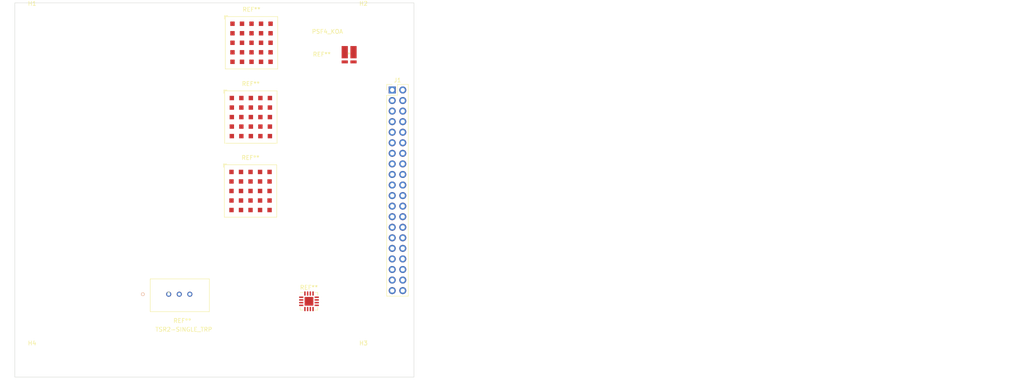
<source format=kicad_pcb>
(kicad_pcb (version 20211014) (generator pcbnew)
  (title_block (title "ColoradoCUBE C&DH") (date "2022-02-11") (rev "v01") (comment 1 "Author: Kate Nechaeva"))
  (layers (0 "F.Cu" signal) (31 "B.Cu" signal) (34 "B.Paste" user) (35 "F.Paste" user) (36 "B.SilkS" user "B.Silkscreen") (37 "F.SilkS" user "F.Silkscreen") (38 "B.Mask" user) (39 "F.Mask" user) (44 "Edge.Cuts" user))
  (net 0 "")
  (net 1 "GND")
  (net 2 "+5V")
  (net 3 "+3.3V")
  (net 4 "/CM4 GPIO/nRPIBOOT")
  (net 5 "/CM4 GPIO/GPIO15")
  (net 6 "/CM4 GPIO/GPIO14")
  (net 7 "/CM4 GPIO/GPIO2")
  (net 9 "/CM4 GPIO/GPIO3")
  (net 12 "Net-(J1-Pad13)")
  (net 13 "Net-(J1-Pad15)")
  (footprint "footprints2:PSF4NTEBL500F" (layer "F.Cu") (at 100.4059 32.4596 180)
    (fp_text reference "REF**" (at 6.5659 0.0796) (layer "F.SilkS"))
    (fp_text value "PSF4_KOA" (at 5.2259 5.5596) (layer "F.SilkS"))
    (fp_text user "*" (at 0 0) (layer "F.SilkS"))
    (pad "1" smd rect locked (at -1.0541 0.6096 180) (size 1.4986 2.9464) (layers "F.Cu" "F.Paste" "F.Mask"))
    (pad "2" smd rect locked (at -1.0541 -1.7272 180) (size 1.4986 0.7112) (layers "F.Cu" "F.Paste" "F.Mask"))
    (pad "3" smd rect locked (at 1.0541 -1.7272 180) (size 1.4986 0.7112) (layers "F.Cu" "F.Paste" "F.Mask"))
    (pad "4" smd rect locked (at 1.0541 0.6096 180) (size 1.4986 2.9464) (layers "F.Cu" "F.Paste" "F.Mask"))
  )
  (footprint "MountingHole:MountingHole_3mm" (layer "F.Cu") (at 24.15 105.85)
    (fp_text reference "H4" (at 0 -4) (layer "F.SilkS"))
    (fp_text value "3mm_Mounting_Hole")
    (pad "" np_thru_hole circle locked (at 0 0) (size 3 3) (drill 3) (layers *.Cu *.Mask))
  )
  (footprint "Converter_DCDC:Converter_DCDC_RECOM_RPMx.x-x.0" (layer "F.Cu") (at 76.69 65.24)
    (fp_text reference "REF**" (at 0 -8) (layer "F.SilkS"))
    (fp_text value "Converter_DCDC_RECOM_RPMx.x-x.0")
    (fp_line (start 6.3 6.3) (end -6.3 6.3) (layer "F.SilkS") (width 0.12))
    (fp_line (start -6.3 6.3) (end -6.3 -6.3) (layer "F.SilkS") (width 0.12))
    (fp_line (start -6.5 -6.5) (end -6.5 -5.7) (layer "F.SilkS") (width 0.12))
    (fp_line (start 6.3 -6.3) (end 6.3 6.3) (layer "F.SilkS") (width 0.12))
    (fp_line (start -6.3 -6.3) (end 6.3 -6.3) (layer "F.SilkS") (width 0.12))
    (fp_line (start -5.7 -6.5) (end -6.5 -6.5) (layer "F.SilkS") (width 0.12))
    (pad "A1" smd rect (at -4.58 -4.58) (size 1.06 1.06) (layers "F.Cu" "F.Paste" "F.Mask"))
    (pad "A2" smd rect (at -2.29 -4.58) (size 1.06 1.06) (layers "F.Cu" "F.Paste" "F.Mask"))
    (pad "A3" smd rect (at 0 -4.58) (size 1.06 1.06) (layers "F.Cu" "F.Paste" "F.Mask"))
    (pad "A4" smd rect (at 2.29 -4.58) (size 1.06 1.06) (layers "F.Cu" "F.Paste" "F.Mask"))
    (pad "A5" smd rect (at 4.58 -4.58) (size 1.06 1.06) (layers "F.Cu" "F.Paste" "F.Mask"))
    (pad "B1" smd rect (at -4.58 -2.29) (size 1.06 1.06) (layers "F.Cu" "F.Paste" "F.Mask"))
    (pad "B2" smd rect (at -2.29 -2.29) (size 1.06 1.06) (layers "F.Cu" "F.Paste" "F.Mask"))
    (pad "B3" smd rect (at 0 -2.29) (size 1.06 1.06) (layers "F.Cu" "F.Paste" "F.Mask"))
    (pad "B4" smd rect (at 2.29 -2.29) (size 1.06 1.06) (layers "F.Cu" "F.Paste" "F.Mask"))
    (pad "B5" smd rect (at 4.58 -2.29) (size 1.06 1.06) (layers "F.Cu" "F.Paste" "F.Mask"))
    (pad "C1" smd rect (at -4.58 0) (size 1.06 1.06) (layers "F.Cu" "F.Paste" "F.Mask"))
    (pad "C2" smd rect (at -2.29 0) (size 1.06 1.06) (layers "F.Cu" "F.Paste" "F.Mask"))
    (pad "C3" smd rect (at 0 0) (size 1.06 1.06) (layers "F.Cu" "F.Paste" "F.Mask"))
    (pad "C4" smd rect (at 2.29 0) (size 1.06 1.06) (layers "F.Cu" "F.Paste" "F.Mask"))
    (pad "C5" smd rect (at 4.58 0) (size 1.06 1.06) (layers "F.Cu" "F.Paste" "F.Mask"))
    (pad "D1" smd rect (at -4.58 2.29) (size 1.06 1.06) (layers "F.Cu" "F.Paste" "F.Mask"))
    (pad "D2" smd rect (at -2.29 2.29) (size 1.06 1.06) (layers "F.Cu" "F.Paste" "F.Mask"))
    (pad "D3" smd rect (at 0 2.29) (size 1.06 1.06) (layers "F.Cu" "F.Paste" "F.Mask"))
    (pad "D4" smd rect (at 2.29 2.29) (size 1.06 1.06) (layers "F.Cu" "F.Paste" "F.Mask"))
    (pad "D5" smd rect (at 4.58 2.29) (size 1.06 1.06) (layers "F.Cu" "F.Paste" "F.Mask"))
    (pad "E1" smd rect (at -4.58 4.58) (size 1.06 1.06) (layers "F.Cu" "F.Paste" "F.Mask"))
    (pad "E2" smd rect (at -2.29 4.58) (size 1.06 1.06) (layers "F.Cu" "F.Paste" "F.Mask"))
    (pad "E3" smd rect (at 0 4.58) (size 1.06 1.06) (layers "F.Cu" "F.Paste" "F.Mask"))
    (pad "E4" smd rect (at 2.29 4.58) (size 1.06 1.06) (layers "F.Cu" "F.Paste" "F.Mask"))
    (pad "E5" smd rect (at 4.58 4.58) (size 1.06 1.06) (layers "F.Cu" "F.Paste" "F.Mask"))
  )
  (footprint "Connector_PinHeader_2.54mm:PinHeader_2x20_P2.54mm_Vertical" (layer "F.Cu") (at 110.77 40.945)
    (fp_text reference "J1" (at 1.27 -2.33) (layer "F.SilkS"))
    (fp_text value "THD-20-R")
    (fp_line (start -1.33 49.59) (end 3.87 49.59) (layer "F.SilkS") (width 0.12))
    (fp_line (start -1.33 -1.33) (end 0 -1.33) (layer "F.SilkS") (width 0.12))
    (fp_line (start -1.33 1.27) (end 1.27 1.27) (layer "F.SilkS") (width 0.12))
    (fp_line (start 1.27 -1.33) (end 3.87 -1.33) (layer "F.SilkS") (width 0.12))
    (fp_line (start -1.33 1.27) (end -1.33 49.59) (layer "F.SilkS") (width 0.12))
    (fp_line (start -1.33 0) (end -1.33 -1.33) (layer "F.SilkS") (width 0.12))
    (fp_line (start 3.87 -1.33) (end 3.87 49.59) (layer "F.SilkS") (width 0.12))
    (fp_line (start 1.27 1.27) (end 1.27 -1.33) (layer "F.SilkS") (width 0.12))
    (pad "1" thru_hole rect locked (at 0 0) (size 1.7 1.7) (drill 1) (layers *.Cu *.Mask) (net 3 "+3.3V"))
    (pad "2" thru_hole oval locked (at 2.54 0) (size 1.7 1.7) (drill 1) (layers *.Cu *.Mask) (net 2 "+5V"))
    (pad "3" thru_hole oval locked (at 0 2.54) (size 1.7 1.7) (drill 1) (layers *.Cu *.Mask) (net 7 "/CM4 GPIO/GPIO2"))
    (pad "4" thru_hole oval locked (at 2.54 2.54) (size 1.7 1.7) (drill 1) (layers *.Cu *.Mask) (net 2 "+5V"))
    (pad "5" thru_hole oval locked (at 0 5.08) (size 1.7 1.7) (drill 1) (layers *.Cu *.Mask) (net 9 "/CM4 GPIO/GPIO3"))
    (pad "6" thru_hole oval locked (at 2.54 5.08) (size 1.7 1.7) (drill 1) (layers *.Cu *.Mask) (net 1 "GND"))
    (pad "7" thru_hole oval locked (at 0 7.62) (size 1.7 1.7) (drill 1) (layers *.Cu *.Mask))
    (pad "8" thru_hole oval locked (at 2.54 7.62) (size 1.7 1.7) (drill 1) (layers *.Cu *.Mask) (net 6 "/CM4 GPIO/GPIO14"))
    (pad "9" thru_hole oval locked (at 0 10.16) (size 1.7 1.7) (drill 1) (layers *.Cu *.Mask) (net 1 "GND"))
    (pad "10" thru_hole oval locked (at 2.54 10.16) (size 1.7 1.7) (drill 1) (layers *.Cu *.Mask) (net 5 "/CM4 GPIO/GPIO15"))
    (pad "11" thru_hole oval locked (at 0 12.7) (size 1.7 1.7) (drill 1) (layers *.Cu *.Mask))
    (pad "12" thru_hole oval locked (at 2.54 12.7) (size 1.7 1.7) (drill 1) (layers *.Cu *.Mask))
    (pad "13" thru_hole oval locked (at 0 15.24) (size 1.7 1.7) (drill 1) (layers *.Cu *.Mask) (net 12 "Net-(J1-Pad13)"))
    (pad "14" thru_hole oval locked (at 2.54 15.24) (size 1.7 1.7) (drill 1) (layers *.Cu *.Mask) (net 1 "GND"))
    (pad "15" thru_hole oval locked (at 0 17.78) (size 1.7 1.7) (drill 1) (layers *.Cu *.Mask) (net 13 "Net-(J1-Pad15)"))
    (pad "16" thru_hole oval locked (at 2.54 17.78) (size 1.7 1.7) (drill 1) (layers *.Cu *.Mask))
    (pad "17" thru_hole oval locked (at 0 20.32) (size 1.7 1.7) (drill 1) (layers *.Cu *.Mask) (net 3 "+3.3V"))
    (pad "18" thru_hole oval locked (at 2.54 20.32) (size 1.7 1.7) (drill 1) (layers *.Cu *.Mask))
    (pad "19" thru_hole oval locked (at 0 22.86) (size 1.7 1.7) (drill 1) (layers *.Cu *.Mask))
    (pad "20" thru_hole oval locked (at 2.54 22.86) (size 1.7 1.7) (drill 1) (layers *.Cu *.Mask) (net 1 "GND"))
    (pad "21" thru_hole oval locked (at 0 25.4) (size 1.7 1.7) (drill 1) (layers *.Cu *.Mask))
    (pad "22" thru_hole oval locked (at 2.54 25.4) (size 1.7 1.7) (drill 1) (layers *.Cu *.Mask))
    (pad "23" thru_hole oval locked (at 0 27.94) (size 1.7 1.7) (drill 1) (layers *.Cu *.Mask))
    (pad "24" thru_hole oval locked (at 2.54 27.94) (size 1.7 1.7) (drill 1) (layers *.Cu *.Mask))
    (pad "25" thru_hole oval locked (at 0 30.48) (size 1.7 1.7) (drill 1) (layers *.Cu *.Mask) (net 1 "GND"))
    (pad "26" thru_hole oval locked (at 2.54 30.48) (size 1.7 1.7) (drill 1) (layers *.Cu *.Mask))
    (pad "27" thru_hole oval locked (at 0 33.02) (size 1.7 1.7) (drill 1) (layers *.Cu *.Mask))
    (pad "28" thru_hole oval locked (at 2.54 33.02) (size 1.7 1.7) (drill 1) (layers *.Cu *.Mask))
    (pad "29" thru_hole oval locked (at 0 35.56) (size 1.7 1.7) (drill 1) (layers *.Cu *.Mask))
    (pad "30" thru_hole oval locked (at 2.54 35.56) (size 1.7 1.7) (drill 1) (layers *.Cu *.Mask) (net 1 "GND"))
    (pad "31" thru_hole oval locked (at 0 38.1) (size 1.7 1.7) (drill 1) (layers *.Cu *.Mask))
    (pad "32" thru_hole oval locked (at 2.54 38.1) (size 1.7 1.7) (drill 1) (layers *.Cu *.Mask))
    (pad "33" thru_hole oval locked (at 0 40.64) (size 1.7 1.7) (drill 1) (layers *.Cu *.Mask))
    (pad "34" thru_hole oval locked (at 2.54 40.64) (size 1.7 1.7) (drill 1) (layers *.Cu *.Mask) (net 1 "GND"))
    (pad "35" thru_hole oval locked (at 0 43.18) (size 1.7 1.7) (drill 1) (layers *.Cu *.Mask))
    (pad "36" thru_hole oval locked (at 2.54 43.18) (size 1.7 1.7) (drill 1) (layers *.Cu *.Mask))
    (pad "37" thru_hole oval locked (at 0 45.72) (size 1.7 1.7) (drill 1) (layers *.Cu *.Mask) (net 4 "/CM4 GPIO/nRPIBOOT"))
    (pad "38" thru_hole oval locked (at 2.54 45.72) (size 1.7 1.7) (drill 1) (layers *.Cu *.Mask))
    (pad "39" thru_hole oval locked (at 0 48.26) (size 1.7 1.7) (drill 1) (layers *.Cu *.Mask) (net 1 "GND"))
    (pad "40" thru_hole oval locked (at 2.54 48.26) (size 1.7 1.7) (drill 1) (layers *.Cu *.Mask))
  )
  (footprint "Package_DFN_QFN:Texas_RGV_S-PVQFN-N16_EP2.1x2.1mm" (layer "F.Cu") (at 90.75 91.77)
    (fp_text reference "REF**" (at 0 -3.32) (layer "F.SilkS"))
    (fp_text value "Texas_RGV_S-PVQFN-N16_EP2.1x2.1mm")
    (fp_line (start 2.11 2.11) (end 2.11 1.41) (layer "F.SilkS") (width 0.12))
    (fp_line (start 1.41 2.11) (end 2.11 2.11) (layer "F.SilkS") (width 0.12))
    (fp_line (start 1.41 -2.11) (end 2.11 -2.11) (layer "F.SilkS") (width 0.12))
    (fp_line (start 2.11 -2.11) (end 2.11 -1.41) (layer "F.SilkS") (width 0.12))
    (fp_line (start -1.41 2.11) (end -2.11 2.11) (layer "F.SilkS") (width 0.12))
    (fp_line (start -1.41 -2.11) (end -2.11 -2.11) (layer "F.SilkS") (width 0.12))
    (fp_line (start -2.11 2.11) (end -2.11 1.41) (layer "F.SilkS") (width 0.12))
    (pad "1" smd roundrect (at -1.8625 -0.975) (size 1.025 0.35) (layers "F.Cu" "F.Paste" "F.Mask"))
    (pad "2" smd roundrect (at -1.8625 -0.325) (size 1.025 0.35) (layers "F.Cu" "F.Paste" "F.Mask"))
    (pad "3" smd roundrect (at -1.8625 0.325) (size 1.025 0.35) (layers "F.Cu" "F.Paste" "F.Mask"))
    (pad "4" smd roundrect (at -1.8625 0.975) (size 1.025 0.35) (layers "F.Cu" "F.Paste" "F.Mask"))
    (pad "5" smd roundrect (at -0.975 1.8625) (size 0.35 1.025) (layers "F.Cu" "F.Paste" "F.Mask"))
    (pad "6" smd roundrect (at -0.325 1.8625) (size 0.35 1.025) (layers "F.Cu" "F.Paste" "F.Mask"))
    (pad "7" smd roundrect (at 0.325 1.8625) (size 0.35 1.025) (layers "F.Cu" "F.Paste" "F.Mask"))
    (pad "8" smd roundrect (at 0.975 1.8625) (size 0.35 1.025) (layers "F.Cu" "F.Paste" "F.Mask"))
    (pad "9" smd roundrect (at 1.8625 0.975) (size 1.025 0.35) (layers "F.Cu" "F.Paste" "F.Mask"))
    (pad "10" smd roundrect (at 1.8625 0.325) (size 1.025 0.35) (layers "F.Cu" "F.Paste" "F.Mask"))
    (pad "11" smd roundrect (at 1.8625 -0.325) (size 1.025 0.35) (layers "F.Cu" "F.Paste" "F.Mask"))
    (pad "12" smd roundrect (at 1.8625 -0.975) (size 1.025 0.35) (layers "F.Cu" "F.Paste" "F.Mask"))
    (pad "13" smd roundrect (at 0.975 -1.8625) (size 0.35 1.025) (layers "F.Cu" "F.Paste" "F.Mask"))
    (pad "14" smd roundrect (at 0.325 -1.8625) (size 0.35 1.025) (layers "F.Cu" "F.Paste" "F.Mask"))
    (pad "15" smd roundrect (at -0.325 -1.8625) (size 0.35 1.025) (layers "F.Cu" "F.Paste" "F.Mask"))
    (pad "16" smd roundrect (at -0.975 -1.8625) (size 0.35 1.025) (layers "F.Cu" "F.Paste" "F.Mask"))
    (pad "17" smd rect (at 0 0) (size 2.1 2.1) (layers "F.Cu" "F.Mask"))
  )
  (footprint "Converter_DCDC:Converter_DCDC_RECOM_RPMx.x-x.0" (layer "F.Cu") (at 76.77 47.46)
    (fp_text reference "REF**" (at 0 -8) (layer "F.SilkS"))
    (fp_text value "Converter_DCDC_RECOM_RPMx.x-x.0")
    (fp_line (start -6.5 -6.5) (end -6.5 -5.7) (layer "F.SilkS") (width 0.12))
    (fp_line (start -5.7 -6.5) (end -6.5 -6.5) (layer "F.SilkS") (width 0.12))
    (fp_line (start -6.3 6.3) (end -6.3 -6.3) (layer "F.SilkS") (width 0.12))
    (fp_line (start 6.3 -6.3) (end 6.3 6.3) (layer "F.SilkS") (width 0.12))
    (fp_line (start 6.3 6.3) (end -6.3 6.3) (layer "F.SilkS") (width 0.12))
    (fp_line (start -6.3 -6.3) (end 6.3 -6.3) (layer "F.SilkS") (width 0.12))
    (pad "A1" smd rect (at -4.58 -4.58) (size 1.06 1.06) (layers "F.Cu" "F.Paste" "F.Mask"))
    (pad "A2" smd rect (at -2.29 -4.58) (size 1.06 1.06) (layers "F.Cu" "F.Paste" "F.Mask"))
    (pad "A3" smd rect (at 0 -4.58) (size 1.06 1.06) (layers "F.Cu" "F.Paste" "F.Mask"))
    (pad "A4" smd rect (at 2.29 -4.58) (size 1.06 1.06) (layers "F.Cu" "F.Paste" "F.Mask"))
    (pad "A5" smd rect (at 4.58 -4.58) (size 1.06 1.06) (layers "F.Cu" "F.Paste" "F.Mask"))
    (pad "B1" smd rect (at -4.58 -2.29) (size 1.06 1.06) (layers "F.Cu" "F.Paste" "F.Mask"))
    (pad "B2" smd rect (at -2.29 -2.29) (size 1.06 1.06) (layers "F.Cu" "F.Paste" "F.Mask"))
    (pad "B3" smd rect (at 0 -2.29) (size 1.06 1.06) (layers "F.Cu" "F.Paste" "F.Mask"))
    (pad "B4" smd rect (at 2.29 -2.29) (size 1.06 1.06) (layers "F.Cu" "F.Paste" "F.Mask"))
    (pad "B5" smd rect (at 4.58 -2.29) (size 1.06 1.06) (layers "F.Cu" "F.Paste" "F.Mask"))
    (pad "C1" smd rect (at -4.58 0) (size 1.06 1.06) (layers "F.Cu" "F.Paste" "F.Mask"))
    (pad "C2" smd rect (at -2.29 0) (size 1.06 1.06) (layers "F.Cu" "F.Paste" "F.Mask"))
    (pad "C3" smd rect (at 0 0) (size 1.06 1.06) (layers "F.Cu" "F.Paste" "F.Mask"))
    (pad "C4" smd rect (at 2.29 0) (size 1.06 1.06) (layers "F.Cu" "F.Paste" "F.Mask"))
    (pad "C5" smd rect (at 4.58 0) (size 1.06 1.06) (layers "F.Cu" "F.Paste" "F.Mask"))
    (pad "D1" smd rect (at -4.58 2.29) (size 1.06 1.06) (layers "F.Cu" "F.Paste" "F.Mask"))
    (pad "D2" smd rect (at -2.29 2.29) (size 1.06 1.06) (layers "F.Cu" "F.Paste" "F.Mask"))
    (pad "D3" smd rect (at 0 2.29) (size 1.06 1.06) (layers "F.Cu" "F.Paste" "F.Mask"))
    (pad "D4" smd rect (at 2.29 2.29) (size 1.06 1.06) (layers "F.Cu" "F.Paste" "F.Mask"))
    (pad "D5" smd rect (at 4.58 2.29) (size 1.06 1.06) (layers "F.Cu" "F.Paste" "F.Mask"))
    (pad "E1" smd rect (at -4.58 4.58) (size 1.06 1.06) (layers "F.Cu" "F.Paste" "F.Mask"))
    (pad "E2" smd rect (at -2.29 4.58) (size 1.06 1.06) (layers "F.Cu" "F.Paste" "F.Mask"))
    (pad "E3" smd rect (at 0 4.58) (size 1.06 1.06) (layers "F.Cu" "F.Paste" "F.Mask"))
    (pad "E4" smd rect (at 2.29 4.58) (size 1.06 1.06) (layers "F.Cu" "F.Paste" "F.Mask"))
    (pad "E5" smd rect (at 4.58 4.58) (size 1.06 1.06) (layers "F.Cu" "F.Paste" "F.Mask"))
  )
  (footprint "MountingHole:MountingHole_3mm" (layer "F.Cu") (at 103.85 105.85)
    (fp_text reference "H3" (at 0 -4) (layer "F.SilkS"))
    (fp_text value "3mm_Mounting_Hole")
    (pad "" np_thru_hole circle locked (at 0 0) (size 3 3) (drill 3) (layers *.Cu *.Mask))
  )
  (footprint "Converter_DCDC:Converter_DCDC_RECOM_RPMx.x-x.0" (layer "F.Cu") (at 76.93 29.59)
    (fp_text reference "REF**" (at 0 -8) (layer "F.SilkS"))
    (fp_text value "Converter_DCDC_RECOM_RPMx.x-x.0")
    (fp_line (start -6.5 -6.5) (end -6.5 -5.7) (layer "F.SilkS") (width 0.12))
    (fp_line (start 6.3 6.3) (end -6.3 6.3) (layer "F.SilkS") (width 0.12))
    (fp_line (start 6.3 -6.3) (end 6.3 6.3) (layer "F.SilkS") (width 0.12))
    (fp_line (start -6.3 6.3) (end -6.3 -6.3) (layer "F.SilkS") (width 0.12))
    (fp_line (start -5.7 -6.5) (end -6.5 -6.5) (layer "F.SilkS") (width 0.12))
    (fp_line (start -6.3 -6.3) (end 6.3 -6.3) (layer "F.SilkS") (width 0.12))
    (pad "A1" smd rect (at -4.58 -4.58) (size 1.06 1.06) (layers "F.Cu" "F.Paste" "F.Mask"))
    (pad "A2" smd rect (at -2.29 -4.58) (size 1.06 1.06) (layers "F.Cu" "F.Paste" "F.Mask"))
    (pad "A3" smd rect (at 0 -4.58) (size 1.06 1.06) (layers "F.Cu" "F.Paste" "F.Mask"))
    (pad "A4" smd rect (at 2.29 -4.58) (size 1.06 1.06) (layers "F.Cu" "F.Paste" "F.Mask"))
    (pad "A5" smd rect (at 4.58 -4.58) (size 1.06 1.06) (layers "F.Cu" "F.Paste" "F.Mask"))
    (pad "B1" smd rect (at -4.58 -2.29) (size 1.06 1.06) (layers "F.Cu" "F.Paste" "F.Mask"))
    (pad "B2" smd rect (at -2.29 -2.29) (size 1.06 1.06) (layers "F.Cu" "F.Paste" "F.Mask"))
    (pad "B3" smd rect (at 0 -2.29) (size 1.06 1.06) (layers "F.Cu" "F.Paste" "F.Mask"))
    (pad "B4" smd rect (at 2.29 -2.29) (size 1.06 1.06) (layers "F.Cu" "F.Paste" "F.Mask"))
    (pad "B5" smd rect (at 4.58 -2.29) (size 1.06 1.06) (layers "F.Cu" "F.Paste" "F.Mask"))
    (pad "C1" smd rect (at -4.58 0) (size 1.06 1.06) (layers "F.Cu" "F.Paste" "F.Mask"))
    (pad "C2" smd rect (at -2.29 0) (size 1.06 1.06) (layers "F.Cu" "F.Paste" "F.Mask"))
    (pad "C3" smd rect (at 0 0) (size 1.06 1.06) (layers "F.Cu" "F.Paste" "F.Mask"))
    (pad "C4" smd rect (at 2.29 0) (size 1.06 1.06) (layers "F.Cu" "F.Paste" "F.Mask"))
    (pad "C5" smd rect (at 4.58 0) (size 1.06 1.06) (layers "F.Cu" "F.Paste" "F.Mask"))
    (pad "D1" smd rect (at -4.58 2.29) (size 1.06 1.06) (layers "F.Cu" "F.Paste" "F.Mask"))
    (pad "D2" smd rect (at -2.29 2.29) (size 1.06 1.06) (layers "F.Cu" "F.Paste" "F.Mask"))
    (pad "D3" smd rect (at 0 2.29) (size 1.06 1.06) (layers "F.Cu" "F.Paste" "F.Mask"))
    (pad "D4" smd rect (at 2.29 2.29) (size 1.06 1.06) (layers "F.Cu" "F.Paste" "F.Mask"))
    (pad "D5" smd rect (at 4.58 2.29) (size 1.06 1.06) (layers "F.Cu" "F.Paste" "F.Mask"))
    (pad "E1" smd rect (at -4.58 4.58) (size 1.06 1.06) (layers "F.Cu" "F.Paste" "F.Mask"))
    (pad "E2" smd rect (at -2.29 4.58) (size 1.06 1.06) (layers "F.Cu" "F.Paste" "F.Mask"))
    (pad "E3" smd rect (at 0 4.58) (size 1.06 1.06) (layers "F.Cu" "F.Paste" "F.Mask"))
    (pad "E4" smd rect (at 2.29 4.58) (size 1.06 1.06) (layers "F.Cu" "F.Paste" "F.Mask"))
    (pad "E5" smd rect (at 4.58 4.58) (size 1.06 1.06) (layers "F.Cu" "F.Paste" "F.Mask"))
  )
  (footprint "footprints1:TSR 2-0518" (layer "F.Cu") (at 57.01 90.07)
    (fp_text reference "REF**" (at 3.28 6.38) (layer "F.SilkS"))
    (fp_text value "TSR2-SINGLE_TRP" (at 3.63 8.48) (layer "F.SilkS"))
    (fp_text user "*" (at 0 0) (layer "F.SilkS"))
    (fp_circle (center -6.223 0) (end -5.842 0) (layer "B.SilkS") (width 0.12) (fill none))
    (fp_line (start -4.445 4.191) (end 9.779 4.191) (layer "F.SilkS") (width 0.12))
    (fp_line (start 9.779 4.191) (end 9.779 -3.683) (layer "F.SilkS") (width 0.12))
    (fp_line (start -4.445 -3.683) (end -4.445 4.191) (layer "F.SilkS") (width 0.12))
    (fp_line (start 9.779 -3.683) (end -4.445 -3.683) (layer "F.SilkS") (width 0.12))
    (fp_circle (center -6.223 0) (end -5.842 0) (layer "F.SilkS") (width 0.12) (fill none))
    (pad "1" thru_hole circle locked (at 0 0) (size 1.2192 1.2192) (drill 0.7112) (layers *.Cu *.Mask))
    (pad "2" thru_hole circle locked (at 2.54 0) (size 1.2192 1.2192) (drill 0.7112) (layers *.Cu *.Mask))
    (pad "3" thru_hole circle locked (at 5.08 0) (size 1.2192 1.2192) (drill 0.7112) (layers *.Cu *.Mask))
  )
  (footprint "MountingHole:MountingHole_3mm" (layer "F.Cu") (at 103.85 24.15)
    (fp_text reference "H2" (at 0 -4) (layer "F.SilkS"))
    (fp_text value "3mm_Mounting_Hole")
    (pad "" np_thru_hole circle locked (at 0 0) (size 3 3) (drill 3) (layers *.Cu *.Mask))
  )
  (footprint "MountingHole:MountingHole_3mm" (layer "F.Cu") (at 24.15 24.15)
    (fp_text reference "H1" (at 0 -4) (layer "F.SilkS"))
    (fp_text value "3mm_Mounting_Hole")
    (pad "" np_thru_hole circle locked (at 0 0) (size 3 3) (drill 3) (layers F&B.Cu *.Mask))
  )
  (gr_rect (start 20 20) (end 116 110) (layer "Edge.Cuts") (width 0.1) (fill none))
  (segment (start 113.284 43.459) (end 113.31 43.485) (width 0.25) (layer "F.Cu") (net 2))
  (segment (start 113.31 40.945) (end 113.31 41.1) (width 0.25) (layer "F.Cu") (net 2))
  (segment (start 113.284 43.18) (end 113.31 43.206) (width 0.25) (layer "F.Cu") (net 2))
  (segment (start 113.31 43.206) (end 113.31 43.485) (width 0.25) (layer "F.Cu") (net 2))
  (segment (start 113.31 41.1) (end 113.55 41.34) (width 0.25) (layer "F.Cu") (net 2))
  (segment (start 113.284 43.18) (end 113.284 43.459) (width 0.25) (layer "F.Cu") (net 2))
)
</source>
